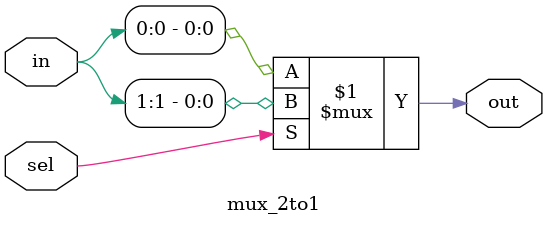
<source format=v>
module mux_2to1(
  input [1:0] in,
  input sel,
  output out
);
  assign out = sel ? in[1] : in[0];
endmodule

</source>
